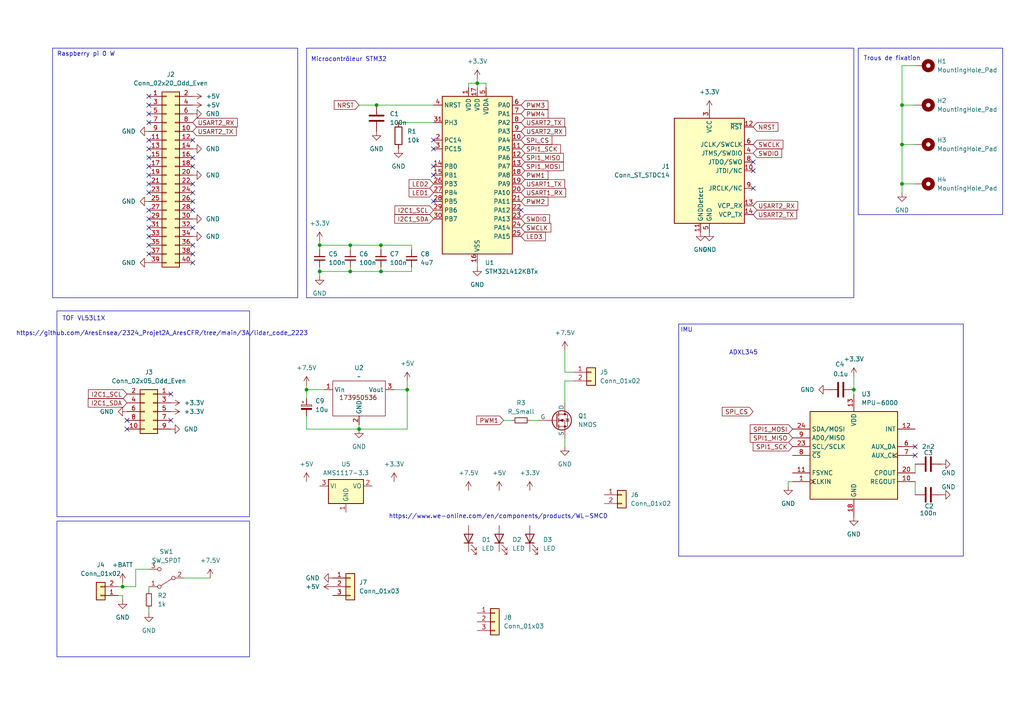
<source format=kicad_sch>
(kicad_sch (version 20231120) (generator "eeschema") (generator_version "8.0")
  (paper "A4")
  (title_block (title "Ingenuity") (date "2024-03-11") (rev "1.0") (company "ENSEA") (comment 1 "Kevin & Penelope & Joel & Elio"))
  (lib_symbols
    (symbol "Connector:Conn_ST_STDC14"
      (property "Reference" "J" (at -8.89 16.51 0))
      (property "Value" "Conn_ST_STDC14" (at 17.78 16.51 0))
      (symbol "Conn_ST_STDC14_0_1"
        (rectangle (start -10.16 15.24) (end 10.16 -15.24) (stroke (width 0.254)) (fill (type background)))
      )
      (symbol "Conn_ST_STDC14_1_1"
        (pin no_connect line (at -10.16 5.08 0) (length 2.54) hide (name "NC") (number "1"))
        (pin output line (at 12.7 0 180) (length 2.54) (name "JTDI/NC") (number "10"))
        (pin passive line (at -2.54 -17.78 90) (length 2.54) (name "GNDDetect") (number "11"))
        (pin open_collector line (at 12.7 12.7 180) (length 2.54) (name "~{RST}") (number "12"))
        (pin output line (at 12.7 -10.16 180) (length 2.54) (name "VCP_RX") (number "13"))
        (pin input line (at 12.7 -12.7 180) (length 2.54) (name "VCP_TX") (number "14"))
        (pin no_connect line (at -10.16 2.54 0) (length 2.54) hide (name "NC") (number "2"))
        (pin power_in line (at 0 17.78 270) (length 2.54) (name "VCC") (number "3"))
        (pin bidirectional line (at 12.7 5.08 180) (length 2.54) (name "JTMS/SWDIO") (number "4"))
        (pin power_in line (at 0 -17.78 90) (length 2.54) (name "GND") (number "5"))
        (pin output line (at 12.7 7.62 180) (length 2.54) (name "JCLK/SWCLK") (number "6"))
        (pin passive line (at 0 -17.78 90) (length 2.54) hide (name "GND") (number "7"))
        (pin input line (at 12.7 2.54 180) (length 2.54) (name "JTDO/SWO") (number "8"))
        (pin input line (at 12.7 -5.08 180) (length 2.54) (name "JRCLK/NC") (number "9"))
      )
    )
    (symbol "Connector_Generic:Conn_01x02" (pin_names (offset 1.016) hide)
      (property "Reference" "J" (at 0 2.54 0))
      (property "Value" "Conn_01x02" (at 0 -5.08 0))
      (symbol "Conn_01x02_1_1"
        (rectangle (start -1.27 -2.413) (end 0 -2.667) (stroke (width 0.1524)))
        (rectangle (start -1.27 0.127) (end 0 -0.127) (stroke (width 0.1524)))
        (rectangle (start -1.27 1.27) (end 1.27 -3.81) (stroke (width 0.254)) (fill (type background)))
        (pin passive line (at -5.08 0 0) (length 3.81) (name "Pin_1") (number "1"))
        (pin passive line (at -5.08 -2.54 0) (length 3.81) (name "Pin_2") (number "2"))
      )
    )
    (symbol "Connector_Generic:Conn_01x03" (pin_names (offset 1.016) hide)
      (property "Reference" "J" (at 0 5.08 0))
      (property "Value" "Conn_01x03" (at 0 -5.08 0))
      (symbol "Conn_01x03_1_1"
        (rectangle (start -1.27 -2.413) (end 0 -2.667) (stroke (width 0.1524)))
        (rectangle (start -1.27 0.127) (end 0 -0.127) (stroke (width 0.1524)))
        (rectangle (start -1.27 2.667) (end 0 2.413) (stroke (width 0.1524)))
        (rectangle (start -1.27 3.81) (end 1.27 -3.81) (stroke (width 0.254)) (fill (type background)))
        (pin passive line (at -5.08 2.54 0) (length 3.81) (name "Pin_1") (number "1"))
        (pin passive line (at -5.08 0 0) (length 3.81) (name "Pin_2") (number "2"))
        (pin passive line (at -5.08 -2.54 0) (length 3.81) (name "Pin_3") (number "3"))
      )
    )
    (symbol "Connector_Generic:Conn_02x05_Odd_Even" (pin_names (offset 1.016) hide)
      (property "Reference" "J" (at 1.27 7.62 0))
      (property "Value" "Conn_02x05_Odd_Even" (at 1.27 -7.62 0))
      (symbol "Conn_02x05_Odd_Even_1_1"
        (rectangle (start -1.27 -4.953) (end 0 -5.207) (stroke (width 0.1524)))
        (rectangle (start -1.27 -2.413) (end 0 -2.667) (stroke (width 0.1524)))
        (rectangle (start -1.27 0.127) (end 0 -0.127) (stroke (width 0.1524)))
        (rectangle (start -1.27 2.667) (end 0 2.413) (stroke (width 0.1524)))
        (rectangle (start -1.27 5.207) (end 0 4.953) (stroke (width 0.1524)))
        (rectangle (start -1.27 6.35) (end 3.81 -6.35) (stroke (width 0.254)) (fill (type background)))
        (rectangle (start 3.81 -4.953) (end 2.54 -5.207) (stroke (width 0.1524)))
        (rectangle (start 3.81 -2.413) (end 2.54 -2.667) (stroke (width 0.1524)))
        (rectangle (start 3.81 0.127) (end 2.54 -0.127) (stroke (width 0.1524)))
        (rectangle (start 3.81 2.667) (end 2.54 2.413) (stroke (width 0.1524)))
        (rectangle (start 3.81 5.207) (end 2.54 4.953) (stroke (width 0.1524)))
        (pin passive line (at -5.08 5.08 0) (length 3.81) (name "Pin_1") (number "1"))
        (pin passive line (at 7.62 -5.08 180) (length 3.81) (name "Pin_10") (number "10"))
        (pin passive line (at 7.62 5.08 180) (length 3.81) (name "Pin_2") (number "2"))
        (pin passive line (at -5.08 2.54 0) (length 3.81) (name "Pin_3") (number "3"))
        (pin passive line (at 7.62 2.54 180) (length 3.81) (name "Pin_4") (number "4"))
        (pin passive line (at -5.08 0 0) (length 3.81) (name "Pin_5") (number "5"))
        (pin passive line (at 7.62 0 180) (length 3.81) (name "Pin_6") (number "6"))
        (pin passive line (at -5.08 -2.54 0) (length 3.81) (name "Pin_7") (number "7"))
        (pin passive line (at 7.62 -2.54 180) (length 3.81) (name "Pin_8") (number "8"))
        (pin passive line (at -5.08 -5.08 0) (length 3.81) (name "Pin_9") (number "9"))
      )
    )
    (symbol "Connector_Generic:Conn_02x20_Odd_Even" (pin_names (offset 1.016) hide)
      (property "Reference" "J" (at 1.27 25.4 0))
      (property "Value" "Conn_02x20_Odd_Even" (at 1.27 -27.94 0))
      (symbol "Conn_02x20_Odd_Even_1_1"
        (rectangle (start -1.27 -25.273) (end 0 -25.527) (stroke (width 0.1524)))
        (rectangle (start -1.27 -22.733) (end 0 -22.987) (stroke (width 0.1524)))
        (rectangle (start -1.27 -20.193) (end 0 -20.447) (stroke (width 0.1524)))
        (rectangle (start -1.27 -17.653) (end 0 -17.907) (stroke (width 0.1524)))
        (rectangle (start -1.27 -15.113) (end 0 -15.367) (stroke (width 0.1524)))
        (rectangle (start -1.27 -12.573) (end 0 -12.827) (stroke (width 0.1524)))
        (rectangle (start -1.27 -10.033) (end 0 -10.287) (stroke (width 0.1524)))
        (rectangle (start -1.27 -7.493) (end 0 -7.747) (stroke (width 0.1524)))
        (rectangle (start -1.27 -4.953) (end 0 -5.207) (stroke (width 0.1524)))
        (rectangle (start -1.27 -2.413) (end 0 -2.667) (stroke (width 0.1524)))
        (rectangle (start -1.27 0.127) (end 0 -0.127) (stroke (width 0.1524)))
        (rectangle (start -1.27 2.667) (end 0 2.413) (stroke (width 0.1524)))
        (rectangle (start -1.27 5.207) (end 0 4.953) (stroke (width 0.1524)))
        (rectangle (start -1.27 7.747) (end 0 7.493) (stroke (width 0.1524)))
        (rectangle (start -1.27 10.287) (end 0 10.033) (stroke (width 0.1524)))
        (rectangle (start -1.27 12.827) (end 0 12.573) (stroke (width 0.1524)))
        (rectangle (start -1.27 15.367) (end 0 15.113) (stroke (width 0.1524)))
        (rectangle (start -1.27 17.907) (end 0 17.653) (stroke (width 0.1524)))
        (rectangle (start -1.27 20.447) (end 0 20.193) (stroke (width 0.1524)))
        (rectangle (start -1.27 22.987) (end 0 22.733) (stroke (width 0.1524)))
        (rectangle (start -1.27 24.13) (end 3.81 -26.67) (stroke (width 0.254)) (fill (type background)))
        (rectangle (start 3.81 -25.273) (end 2.54 -25.527) (stroke (width 0.1524)))
        (rectangle (start 3.81 -22.733) (end 2.54 -22.987) (stroke (width 0.1524)))
        (rectangle (start 3.81 -20.193) (end 2.54 -20.447) (stroke (width 0.1524)))
        (rectangle (start 3.81 -17.653) (end 2.54 -17.907) (stroke (width 0.1524)))
        (rectangle (start 3.81 -15.113) (end 2.54 -15.367) (stroke (width 0.1524)))
        (rectangle (start 3.81 -12.573) (end 2.54 -12.827) (stroke (width 0.1524)))
        (rectangle (start 3.81 -10.033) (end 2.54 -10.287) (stroke (width 0.1524)))
        (rectangle (start 3.81 -7.493) (end 2.54 -7.747) (stroke (width 0.1524)))
        (rectangle (start 3.81 -4.953) (end 2.54 -5.207) (stroke (width 0.1524)))
        (rectangle (start 3.81 -2.413) (end 2.54 -2.667) (stroke (width 0.1524)))
        (rectangle (start 3.81 0.127) (end 2.54 -0.127) (stroke (width 0.1524)))
        (rectangle (start 3.81 2.667) (end 2.54 2.413) (stroke (width 0.1524)))
        (rectangle (start 3.81 5.207) (end 2.54 4.953) (stroke (width 0.1524)))
        (rectangle (start 3.81 7.747) (end 2.54 7.493) (stroke (width 0.1524)))
        (rectangle (start 3.81 10.287) (end 2.54 10.033) (stroke (width 0.1524)))
        (rectangle (start 3.81 12.827) (end 2.54 12.573) (stroke (width 0.1524)))
        (rectangle (start 3.81 15.367) (end 2.54 15.113) (stroke (width 0.1524)))
        (rectangle (start 3.81 17.907) (end 2.54 17.653) (stroke (width 0.1524)))
        (rectangle (start 3.81 20.447) (end 2.54 20.193) (stroke (width 0.1524)))
        (rectangle (start 3.81 22.987) (end 2.54 22.733) (stroke (width 0.1524)))
        (pin passive line (at -5.08 22.86 0) (length 3.81) (name "Pin_1") (number "1"))
        (pin passive line (at 7.62 12.7 180) (length 3.81) (name "Pin_10") (number "10"))
        (pin passive line (at -5.08 10.16 0) (length 3.81) (name "Pin_11") (number "11"))
        (pin passive line (at 7.62 10.16 180) (length 3.81) (name "Pin_12") (number "12"))
        (pin passive line (at -5.08 7.62 0) (length 3.81) (name "Pin_13") (number "13"))
        (pin passive line (at 7.62 7.62 180) (length 3.81) (name "Pin_14") (number "14"))
        (pin passive line (at -5.08 5.08 0) (length 3.81) (name "Pin_15") (number "15"))
        (pin passive line (at 7.62 5.08 180) (length 3.81) (name "Pin_16") (number "16"))
        (pin passive line (at -5.08 2.54 0) (length 3.81) (name "Pin_17") (number "17"))
        (pin passive line (at 7.62 2.54 180) (length 3.81) (name "Pin_18") (number "18"))
        (pin passive line (at -5.08 0 0) (length 3.81) (name "Pin_19") (number "19"))
        (pin passive line (at 7.62 22.86 180) (length 3.81) (name "Pin_2") (number "2"))
        (pin passive line (at 7.62 0 180) (length 3.81) (name "Pin_20") (number "20"))
        (pin passive line (at -5.08 -2.54 0) (length 3.81) (name "Pin_21") (number "21"))
        (pin passive line (at 7.62 -2.54 180) (length 3.81) (name "Pin_22") (number "22"))
        (pin passive line (at -5.08 -5.08 0) (length 3.81) (name "Pin_23") (number "23"))
        (pin passive line (at 7.62 -5.08 180) (length 3.81) (name "Pin_24") (number "24"))
        (pin passive line (at -5.08 -7.62 0) (length 3.81) (name "Pin_25") (number "25"))
        (pin passive line (at 7.62 -7.62 180) (length 3.81) (name "Pin_26") (number "26"))
        (pin passive line (at -5.08 -10.16 0) (length 3.81) (name "Pin_27") (number "27"))
        (pin passive line (at 7.62 -10.16 180) (length 3.81) (name "Pin_28") (number "28"))
        (pin passive line (at -5.08 -12.7 0) (length 3.81) (name "Pin_29") (number "29"))
        (pin passive line (at -5.08 20.32 0) (length 3.81) (name "Pin_3") (number "3"))
        (pin passive line (at 7.62 -12.7 180) (length 3.81) (name "Pin_30") (number "30"))
        (pin passive line (at -5.08 -15.24 0) (length 3.81) (name "Pin_31") (number "31"))
        (pin passive line (at 7.62 -15.24 180) (length 3.81) (name "Pin_32") (number "32"))
        (pin passive line (at -5.08 -17.78 0) (length 3.81) (name "Pin_33") (number "33"))
        (pin passive line (at 7.62 -17.78 180) (length 3.81) (name "Pin_34") (number "34"))
        (pin passive line (at -5.08 -20.32 0) (length 3.81) (name "Pin_35") (number "35"))
        (pin passive line (at 7.62 -20.32 180) (length 3.81) (name "Pin_36") (number "36"))
        (pin passive line (at -5.08 -22.86 0) (length 3.81) (name "Pin_37") (number "37"))
        (pin passive line (at 7.62 -22.86 180) (length 3.81) (name "Pin_38") (number "38"))
        (pin passive line (at -5.08 -25.4 0) (length 3.81) (name "Pin_39") (number "39"))
        (pin passive line (at 7.62 20.32 180) (length 3.81) (name "Pin_4") (number "4"))
        (pin passive line (at 7.62 -25.4 180) (length 3.81) (name "Pin_40") (number "40"))
        (pin passive line (at -5.08 17.78 0) (length 3.81) (name "Pin_5") (number "5"))
        (pin passive line (at 7.62 17.78 180) (length 3.81) (name "Pin_6") (number "6"))
        (pin passive line (at -5.08 15.24 0) (length 3.81) (name "Pin_7") (number "7"))
        (pin passive line (at 7.62 15.24 180) (length 3.81) (name "Pin_8") (number "8"))
        (pin passive line (at -5.08 12.7 0) (length 3.81) (name "Pin_9") (number "9"))
      )
    )
    (symbol "Device:C" (pin_numbers hide) (pin_names (offset 0.254))
      (property "Reference" "C" (at 0.635 2.54 0))
      (property "Value" "C" (at 0.635 -2.54 0))
      (symbol "C_0_1"
        (polyline (pts (xy -2.032 -0.762) (xy 2.032 -0.762)) (stroke (width 0.508)))
        (polyline (pts (xy -2.032 0.762) (xy 2.032 0.762)) (stroke (width 0.508)))
      )
      (symbol "C_1_1"
        (pin passive line (at 0 3.81 270) (length 2.794) (name "~") (number "1"))
        (pin passive line (at 0 -3.81 90) (length 2.794) (name "~") (number "2"))
      )
    )
    (symbol "Device:C_Polarized_Small" (pin_numbers hide) (pin_names (offset 0.254) hide)
      (property "Reference" "C" (at 0.254 1.778 0))
      (property "Value" "C_Polarized_Small" (at 0.254 -2.032 0))
      (symbol "C_Polarized_Small_0_1"
        (rectangle (start -1.524 -0.3048) (end 1.524 -0.6858) (fill (type outline)))
        (rectangle (start -1.524 0.6858) (end 1.524 0.3048))
        (polyline (pts (xy -1.27 1.524) (xy -0.762 1.524)))
        (polyline (pts (xy -1.016 1.27) (xy -1.016 1.778)))
      )
      (symbol "C_Polarized_Small_1_1"
        (pin passive line (at 0 2.54 270) (length 1.8542) (name "~") (number "1"))
        (pin passive line (at 0 -2.54 90) (length 1.8542) (name "~") (number "2"))
      )
    )
    (symbol "Device:C_Small" (pin_numbers hide) (pin_names (offset 0.254) hide)
      (property "Reference" "C" (at 0.254 1.778 0))
      (property "Value" "C_Small" (at 0.254 -2.032 0))
      (symbol "C_Small_0_1"
        (polyline (pts (xy -1.524 -0.508) (xy 1.524 -0.508)) (stroke (width 0.3302)))
        (polyline (pts (xy -1.524 0.508) (xy 1.524 0.508)) (stroke (width 0.3048)))
      )
      (symbol "C_Small_1_1"
        (pin passive line (at 0 2.54 270) (length 2.032) (name "~") (number "1"))
        (pin passive line (at 0 -2.54 90) (length 2.032) (name "~") (number "2"))
      )
    )
    (symbol "Device:LED" (pin_numbers hide) (pin_names (offset 1.016) hide)
      (property "Reference" "D" (at 0 2.54 0))
      (property "Value" "LED" (at 0 -2.54 0))
      (symbol "LED_0_1"
        (polyline (pts (xy -1.27 -1.27) (xy -1.27 1.27)) (stroke (width 0.254)))
        (polyline (pts (xy -1.27 0) (xy 1.27 0)))
        (polyline (pts (xy 1.27 -1.27) (xy 1.27 1.27) (xy -1.27 0) (xy 1.27 -1.27)) (stroke (width 0.254)))
        (polyline (pts (xy -3.048 -0.762) (xy -4.572 -2.286) (xy -3.81 -2.286) (xy -4.572 -2.286) (xy -4.572 -1.524)))
        (polyline (pts (xy -1.778 -0.762) (xy -3.302 -2.286) (xy -2.54 -2.286) (xy -3.302 -2.286) (xy -3.302 -1.524)))
      )
      (symbol "LED_1_1"
        (pin passive line (at -3.81 0 0) (length 2.54) (name "K") (number "1"))
        (pin passive line (at 3.81 0 180) (length 2.54) (name "A") (number "2"))
      )
    )
    (symbol "Device:R" (pin_numbers hide) (pin_names (offset 0))
      (property "Reference" "R" (at 2.032 0 90))
      (property "Value" "R" (at 0 0 90))
      (symbol "R_0_1"
        (rectangle (start -1.016 -2.54) (end 1.016 2.54) (stroke (width 0.254)))
      )
      (symbol "R_1_1"
        (pin passive line (at 0 3.81 270) (length 1.27) (name "~") (number "1"))
        (pin passive line (at 0 -3.81 90) (length 1.27) (name "~") (number "2"))
      )
    )
    (symbol "Device:R_Small" (pin_numbers hide) (pin_names (offset 0.254) hide)
      (property "Reference" "R" (at 0.762 0.508 0))
      (property "Value" "R_Small" (at 0.762 -1.016 0))
      (symbol "R_Small_0_1"
        (rectangle (start -0.762 1.778) (end 0.762 -1.778) (stroke (width 0.2032)))
      )
      (symbol "R_Small_1_1"
        (pin passive line (at 0 2.54 270) (length 0.762) (name "~") (number "1"))
        (pin passive line (at 0 -2.54 90) (length 0.762) (name "~") (number "2"))
      )
    )
    (symbol "GND_1" (power) (pin_numbers hide) (pin_names (offset 0) hide)
      (property "Value" "GND" (at 0 -3.81 0))
      (symbol "GND_1_0_1"
        (polyline (pts (xy 0 0) (xy 0 -1.27) (xy 1.27 -1.27) (xy 0 -2.54) (xy -1.27 -1.27) (xy 0 -1.27)))
      )
      (symbol "GND_1_1_1"
        (pin power_in line (at 0 0 270) (length 0) (name "~") (number "1"))
      )
    )
    (symbol "MCU_ST_STM32L4:STM32L412KBTx"
      (property "Reference" "U" (at -10.16 24.13 0))
      (property "Value" "STM32L412KBTx" (at 5.08 24.13 0))
      (symbol "STM32L412KBTx_0_1"
        (rectangle (start -10.16 -22.86) (end 10.16 22.86) (stroke (width 0.254)) (fill (type background)))
      )
      (symbol "STM32L412KBTx_1_1"
        (pin power_in line (at -2.54 25.4 270) (length 2.54) (name "VDD") (number "1"))
        (pin bidirectional line (at 12.7 10.16 180) (length 2.54) (name "PA4") (number "10"))
        (pin bidirectional line (at 12.7 7.62 180) (length 2.54) (name "PA5") (number "11"))
        (pin bidirectional line (at 12.7 5.08 180) (length 2.54) (name "PA6") (number "12"))
        (pin bidirectional line (at 12.7 2.54 180) (length 2.54) (name "PA7") (number "13"))
        (pin bidirectional line (at -12.7 2.54 0) (length 2.54) (name "PB0") (number "14"))
        (pin bidirectional line (at -12.7 0 0) (length 2.54) (name "PB1") (number "15"))
        (pin power_in line (at 0 -25.4 90) (length 2.54) (name "VSS") (number "16"))
        (pin power_in line (at 0 25.4 270) (length 2.54) (name "VDD") (number "17"))
        (pin bidirectional line (at 12.7 0 180) (length 2.54) (name "PA8") (number "18"))
        (pin bidirectional line (at 12.7 -2.54 180) (length 2.54) (name "PA9") (number "19"))
        (pin bidirectional line (at -12.7 10.16 0) (length 2.54) (name "PC14") (number "2"))
        (pin bidirectional line (at 12.7 -5.08 180) (length 2.54) (name "PA10") (number "20"))
        (pin bidirectional line (at 12.7 -7.62 180) (length 2.54) (name "PA11") (number "21"))
        (pin bidirectional line (at 12.7 -10.16 180) (length 2.54) (name "PA12") (number "22"))
        (pin bidirectional line (at 12.7 -12.7 180) (length 2.54) (name "PA13") (number "23"))
        (pin bidirectional line (at 12.7 -15.24 180) (length 2.54) (name "PA14") (number "24"))
        (pin bidirectional line (at 12.7 -17.78 180) (length 2.54) (name "PA15") (number "25"))
        (pin bidirectional line (at -12.7 -2.54 0) (length 2.54) (name "PB3") (number "26"))
        (pin bidirectional line (at -12.7 -5.08 0) (length 2.54) (name "PB4") (number "27"))
        (pin bidirectional line (at -12.7 -7.62 0) (length 2.54) (name "PB5") (number "28"))
        (pin bidirectional line (at -12.7 -10.16 0) (length 2.54) (name "PB6") (number "29"))
        (pin bidirectional line (at -12.7 7.62 0) (length 2.54) (name "PC15") (number "3"))
        (pin bidirectional line (at -12.7 -12.7 0) (length 2.54) (name "PB7") (number "30"))
        (pin bidirectional line (at -12.7 15.24 0) (length 2.54) (name "PH3") (number "31"))
        (pin passive line (at 0 -25.4 90) (length 2.54) hide (name "VSS") (number "32"))
        (pin input line (at -12.7 20.32 0) (length 2.54) (name "NRST") (number "4"))
        (pin power_in line (at 2.54 25.4 270) (length 2.54) (name "VDDA") (number "5"))
        (pin bidirectional line (at 12.7 20.32 180) (length 2.54) (name "PA0") (number "6"))
        (pin bidirectional line (at 12.7 17.78 180) (length 2.54) (name "PA1") (number "7"))
        (pin bidirectional line (at 12.7 15.24 180) (length 2.54) (name "PA2") (number "8"))
        (pin bidirectional line (at 12.7 12.7 180) (length 2.54) (name "PA3") (number "9"))
      )
    )
    (symbol "Mechanical:MountingHole_Pad" (pin_numbers hide) (pin_names (offset 1.016) hide)
      (property "Reference" "H" (at 0 6.35 0))
      (property "Value" "MountingHole_Pad" (at 0 4.445 0))
      (symbol "MountingHole_Pad_0_1"
        (circle (center 0 1.27) (radius 1.27) (stroke (width 1.27)))
      )
      (symbol "MountingHole_Pad_1_1"
        (pin input line (at 0 -2.54 90) (length 2.54) (name "1") (number "1"))
      )
    )
    (symbol "Regulator_Linear:AMS1117-3.3"
      (property "Reference" "U" (at -3.81 3.175 0))
      (property "Value" "AMS1117-3.3" (at 0 3.175 0))
      (symbol "AMS1117-3.3_0_1"
        (rectangle (start -5.08 -5.08) (end 5.08 1.905) (stroke (width 0.254)) (fill (type background)))
      )
      (symbol "AMS1117-3.3_1_1"
        (pin power_in line (at 0 -7.62 90) (length 2.54) (name "GND") (number "1"))
        (pin power_out line (at 7.62 0 180) (length 2.54) (name "VO") (number "2"))
        (pin power_in line (at -7.62 0 0) (length 2.54) (name "VI") (number "3"))
      )
    )
    (symbol "Sensor_Motion:MPU-6000"
      (property "Reference" "U" (at -11.43 13.97 0))
      (property "Value" "MPU-6000" (at 7.62 -13.97 0))
      (symbol "MPU-6000_0_1"
        (rectangle (start -12.7 12.7) (end 12.7 -12.7) (stroke (width 0.254)) (fill (type background)))
      )
      (symbol "MPU-6000_1_1"
        (pin input clock (at -17.78 -7.62 0) (length 5.08) (name "CLKIN") (number "1"))
        (pin passive line (at 17.78 -7.62 180) (length 5.08) (name "REGOUT") (number "10"))
        (pin input line (at -17.78 -5.08 0) (length 5.08) (name "FSYNC") (number "11"))
        (pin output line (at 17.78 7.62 180) (length 5.08) (name "INT") (number "12"))
        (pin power_in line (at 0 17.78 270) (length 5.08) (name "VDD") (number "13"))
        (pin power_in line (at 0 -17.78 90) (length 5.08) (name "GND") (number "18"))
        (pin passive line (at 17.78 -5.08 180) (length 5.08) (name "CPOUT") (number "20"))
        (pin input line (at -17.78 2.54 0) (length 5.08) (name "SCL/SCLK") (number "23"))
        (pin bidirectional line (at -17.78 7.62 0) (length 5.08) (name "SDA/MOSI") (number "24"))
        (pin bidirectional line (at 17.78 2.54 180) (length 5.08) (name "AUX_DA") (number "6"))
        (pin output clock (at 17.78 0 180) (length 5.08) (name "AUX_CL") (number "7"))
        (pin input line (at -17.78 0 0) (length 5.08) (name "~{CS}") (number "8"))
        (pin bidirectional line (at -17.78 5.08 0) (length 5.08) (name "AD0/MISO") (number "9"))
      )
    )
    (symbol "Simulation_SPICE:NMOS" (pin_numbers hide) (pin_names (offset 0))
      (property "Reference" "Q" (at 5.08 1.27 0))
      (property "Value" "NMOS" (at 5.08 -1.27 0))
      (symbol "NMOS_0_1"
        (polyline (pts (xy 0.254 0) (xy -2.54 0)))
        (polyline (pts (xy 0.254 1.905) (xy 0.254 -1.905)) (stroke (width 0.254)))
        (polyline (pts (xy 0.762 -1.27) (xy 0.762 -2.286)) (stroke (width 0.254)))
        (polyline (pts (xy 0.762 0.508) (xy 0.762 -0.508)) (stroke (width 0.254)))
        (polyline (pts (xy 0.762 2.286) (xy 0.762 1.27)) (stroke (width 0.254)))
        (polyline (pts (xy 2.54 2.54) (xy 2.54 1.778)))
        (polyline (pts (xy 2.54 -2.54) (xy 2.54 0) (xy 0.762 0)))
        (polyline (pts (xy 0.762 -1.778) (xy 3.302 -1.778) (xy 3.302 1.778) (xy 0.762 1.778)))
        (polyline (pts (xy 1.016 0) (xy 2.032 0.381) (xy 2.032 -0.381) (xy 1.016 0)) (fill (type outline)))
        (polyline (pts (xy 2.794 0.508) (xy 2.921 0.381) (xy 3.683 0.381) (xy 3.81 0.254)))
        (polyline (pts (xy 3.302 0.381) (xy 2.921 -0.254) (xy 3.683 -0.254) (xy 3.302 0.381)))
        (circle (center 1.651 0) (radius 2.794) (stroke (width 0.254)))
        (circle (center 2.54 -1.778) (radius 0.254) (fill (type outline)))
        (circle (center 2.54 1.778) (radius 0.254) (fill (type outline)))
      )
      (symbol "NMOS_1_1"
        (pin passive line (at 2.54 5.08 270) (length 2.54) (name "D") (number "1"))
        (pin input line (at -5.08 0 0) (length 2.54) (name "G") (number "2"))
        (pin passive line (at 2.54 -5.08 90) (length 2.54) (name "S") (number "3"))
      )
    )
    (symbol "Switch:SW_SPDT" (pin_names (offset 0) hide)
      (property "Reference" "SW" (at 0 4.318 0))
      (property "Value" "SW_SPDT" (at 0 -5.08 0))
      (symbol "SW_SPDT_0_0"
        (circle (center -2.032 0) (radius 0.508))
        (circle (center 2.032 -2.54) (radius 0.508))
      )
      (symbol "SW_SPDT_0_1"
        (polyline (pts (xy -1.524 0.254) (xy 1.651 2.286)))
        (circle (center 2.032 2.54) (radius 0.508))
      )
      (symbol "SW_SPDT_1_1"
        (pin passive line (at 5.08 2.54 180) (length 2.54) (name "A") (number "1"))
        (pin passive line (at -5.08 0 0) (length 2.54) (name "B") (number "2"))
        (pin passive line (at 5.08 -2.54 180) (length 2.54) (name "C") (number "3"))
      )
    )
    (symbol "mylib:173950536"
      (property "Reference" "U" (at -6.604 3.81 0))
      (symbol "173950536_0_1"
        (rectangle (start -7.62 2.54) (end 7.62 -7.62))
      )
      (symbol "173950536_1_1"
        (text "173950536" (at -0.254 -2.286 0) (effects (font (size 1.27 1.27))))
        (pin power_in line (at -10.16 0 0) (length 2.54) (name "Vin") (number "1"))
        (pin power_in line (at 0 -10.16 90) (length 2.54) (name "GND") (number "2"))
        (pin power_out line (at 10.16 0 180) (length 2.54) (name "Vout") (number "3"))
      )
    )
    (symbol "power:+3.3V" (power) (pin_names (offset 0))
      (property "Value" "+3.3V" (at 0 3.556 0))
      (symbol "+3.3V_0_1"
        (polyline (pts (xy -0.762 1.27) (xy 0 2.54)))
        (polyline (pts (xy 0 0) (xy 0 2.54)))
        (polyline (pts (xy 0 2.54) (xy 0.762 1.27)))
      )
      (symbol "+3.3V_1_1"
        (pin power_in line (at 0 0 90) (length 0) hide (name "+3.3V") (number "1"))
      )
    )
    (symbol "power:+5V" (power) (pin_names (offset 0))
      (property "Value" "+5V" (at 0 3.556 0))
      (symbol "+5V_0_1"
        (polyline (pts (xy -0.762 1.27) (xy 0 2.54)))
        (polyline (pts (xy 0 0) (xy 0 2.54)))
        (polyline (pts (xy 0 2.54) (xy 0.762 1.27)))
      )
      (symbol "+5V_1_1"
        (pin power_in line (at 0 0 90) (length 0) hide (name "+5V") (number "1"))
      )
    )
    (symbol "power:+7.5V" (power) (pin_names (offset 0))
      (property "Value" "+7.5V" (at 0 3.556 0))
      (symbol "+7.5V_0_1"
        (polyline (pts (xy -0.762 1.27) (xy 0 2.54)))
        (polyline (pts (xy 0 0) (xy 0 2.54)))
        (polyline (pts (xy 0 2.54) (xy 0.762 1.27)))
      )
      (symbol "+7.5V_1_1"
        (pin power_in line (at 0 0 90) (length 0) hide (name "+7.5V") (number "1"))
      )
    )
    (symbol "power:+BATT" (power) (pin_names (offset 0))
      (property "Value" "+BATT" (at 0 3.556 0))
      (symbol "+BATT_0_1"
        (polyline (pts (xy -0.762 1.27) (xy 0 2.54)))
        (polyline (pts (xy 0 0) (xy 0 2.54)))
        (polyline (pts (xy 0 2.54) (xy 0.762 1.27)))
      )
      (symbol "+BATT_1_1"
        (pin power_in line (at 0 0 90) (length 0) hide (name "+BATT") (number "1"))
      )
    )
    (symbol "power:GND" (power) (pin_names (offset 0))
      (property "Value" "GND" (at 0 -3.81 0))
      (symbol "GND_0_1"
        (polyline (pts (xy 0 0) (xy 0 -1.27) (xy 1.27 -1.27) (xy 0 -2.54) (xy -1.27 -1.27) (xy 0 -1.27)))
      )
      (symbol "GND_1_1"
        (pin power_in line (at 0 0 270) (length 0) hide (name "GND") (number "1"))
      )
    )
  )
  (junction (at 118.11 113.03))
  (junction (at 247.65 113.03))
  (junction (at 261.62 53.34))
  (junction (at 104.14 124.46))
  (junction (at 88.9 113.03))
  (junction (at 92.71 71.12))
  (junction (at 110.49 71.12))
  (junction (at 138.43 24.13))
  (junction (at 261.62 30.48))
  (junction (at 109.22 30.48))
  (junction (at 35.56 170.18))
  (junction (at 110.49 78.74))
  (junction (at 92.71 78.74))
  (junction (at 101.6 78.74))
  (junction (at 261.62 41.91))
  (junction (at 101.6 71.12))
  (no_connect (at 43.18 53.34))
  (no_connect (at 55.88 60.96))
  (no_connect (at 265.43 129.54))
  (no_connect (at 43.18 43.18))
  (no_connect (at 125.73 48.26))
  (no_connect (at 55.88 48.26))
  (no_connect (at 55.88 55.88))
  (no_connect (at 55.88 66.04))
  (no_connect (at 218.44 54.61))
  (no_connect (at 43.18 63.5))
  (no_connect (at 43.18 55.88))
  (no_connect (at 43.18 30.48))
  (no_connect (at 36.83 124.46))
  (no_connect (at 125.73 50.8))
  (no_connect (at 125.73 58.42))
  (no_connect (at 125.73 40.64))
  (no_connect (at 43.18 45.72))
  (no_connect (at 218.44 46.99))
  (no_connect (at 55.88 76.2))
  (no_connect (at 43.18 60.96))
  (no_connect (at 43.18 48.26))
  (no_connect (at 43.18 71.12))
  (no_connect (at 49.53 121.92))
  (no_connect (at 43.18 40.64))
  (no_connect (at 43.18 50.8))
  (no_connect (at 265.43 132.08))
  (no_connect (at 218.44 49.53))
  (no_connect (at 43.18 73.66))
  (no_connect (at 55.88 45.72))
  (no_connect (at 43.18 33.02))
  (no_connect (at 43.18 66.04))
  (no_connect (at 151.13 60.96))
  (no_connect (at 55.88 40.64))
  (no_connect (at 43.18 68.58))
  (no_connect (at 55.88 53.34))
  (no_connect (at 43.18 27.94))
  (no_connect (at 36.83 121.92))
  (no_connect (at 55.88 58.42))
  (no_connect (at 43.18 35.56))
  (no_connect (at 49.53 114.3))
  (no_connect (at 55.88 73.66))
  (no_connect (at 125.73 43.18))
  (no_connect (at 55.88 71.12))
  (wire (pts (xy 118.11 113.03) (xy 118.11 124.46)))
  (wire (pts (xy 261.62 53.34) (xy 261.62 55.88)))
  (wire (pts (xy 138.43 22.86) (xy 138.43 24.13)))
  (wire (pts (xy 261.62 53.34) (xy 265.43 53.34)))
  (wire (pts (xy 247.65 113.03) (xy 247.65 114.3)))
  (wire (pts (xy 43.18 165.1) (xy 39.37 165.1)))
  (wire (pts (xy 88.9 124.46) (xy 104.14 124.46)))
  (wire (pts (xy 138.43 25.4) (xy 138.43 24.13)))
  (wire (pts (xy 35.56 173.99) (xy 35.56 172.72)))
  (wire (pts (xy 163.83 110.49) (xy 163.83 116.84)))
  (wire (pts (xy 104.14 123.19) (xy 104.14 124.46)))
  (wire (pts (xy 118.11 113.03) (xy 114.3 113.03)))
  (wire (pts (xy 101.6 78.74) (xy 110.49 78.74)))
  (wire (pts (xy 101.6 71.12) (xy 101.6 72.39)))
  (wire (pts (xy 92.71 69.85) (xy 92.71 71.12)))
  (wire (pts (xy 39.37 170.18) (xy 35.56 170.18)))
  (wire (pts (xy 88.9 113.03) (xy 88.9 115.57)))
  (wire (pts (xy 101.6 77.47) (xy 101.6 78.74)))
  (wire (pts (xy 35.56 168.91) (xy 35.56 170.18)))
  (wire (pts (xy 110.49 77.47) (xy 110.49 78.74)))
  (wire (pts (xy 34.29 172.72) (xy 35.56 172.72)))
  (wire (pts (xy 261.62 30.48) (xy 265.43 30.48)))
  (wire (pts (xy 119.38 72.39) (xy 119.38 71.12)))
  (wire (pts (xy 101.6 71.12) (xy 110.49 71.12)))
  (wire (pts (xy 92.71 77.47) (xy 92.71 78.74)))
  (wire (pts (xy 110.49 78.74) (xy 119.38 78.74)))
  (wire (pts (xy 265.43 134.62) (xy 265.43 137.16)))
  (wire (pts (xy 261.62 41.91) (xy 265.43 41.91)))
  (wire (pts (xy 146.05 121.92) (xy 148.59 121.92)))
  (wire (pts (xy 115.57 35.56) (xy 125.73 35.56)))
  (wire (pts (xy 118.11 110.49) (xy 118.11 113.03)))
  (wire (pts (xy 163.83 127) (xy 163.83 129.54)))
  (wire (pts (xy 140.97 24.13) (xy 140.97 25.4)))
  (wire (pts (xy 166.37 110.49) (xy 163.83 110.49)))
  (wire (pts (xy 34.29 170.18) (xy 35.56 170.18)))
  (wire (pts (xy 229.87 139.7) (xy 228.6 139.7)))
  (wire (pts (xy 163.83 107.95) (xy 166.37 107.95)))
  (wire (pts (xy 43.18 170.18) (xy 43.18 171.45)))
  (wire (pts (xy 104.14 30.48) (xy 109.22 30.48)))
  (wire (pts (xy 138.43 24.13) (xy 135.89 24.13)))
  (wire (pts (xy 261.62 19.05) (xy 261.62 30.48)))
  (wire (pts (xy 92.71 71.12) (xy 101.6 71.12)))
  (wire (pts (xy 135.89 24.13) (xy 135.89 25.4)))
  (wire (pts (xy 228.6 139.7) (xy 228.6 140.97)))
  (wire (pts (xy 138.43 76.2) (xy 138.43 77.47)))
  (wire (pts (xy 88.9 120.65) (xy 88.9 124.46)))
  (wire (pts (xy 110.49 71.12) (xy 119.38 71.12)))
  (wire (pts (xy 43.18 176.53) (xy 43.18 177.8)))
  (wire (pts (xy 265.43 19.05) (xy 261.62 19.05)))
  (wire (pts (xy 261.62 30.48) (xy 261.62 41.91)))
  (wire (pts (xy 261.62 41.91) (xy 261.62 53.34)))
  (wire (pts (xy 93.98 113.03) (xy 88.9 113.03)))
  (wire (pts (xy 247.65 109.22) (xy 247.65 113.03)))
  (wire (pts (xy 163.83 101.6) (xy 163.83 107.95)))
  (wire (pts (xy 92.71 78.74) (xy 92.71 80.01)))
  (wire (pts (xy 109.22 30.48) (xy 125.73 30.48)))
  (wire (pts (xy 138.43 24.13) (xy 140.97 24.13)))
  (wire (pts (xy 39.37 165.1) (xy 39.37 170.18)))
  (wire (pts (xy 92.71 71.12) (xy 92.71 72.39)))
  (wire (pts (xy 153.67 121.92) (xy 156.21 121.92)))
  (wire (pts (xy 119.38 77.47) (xy 119.38 78.74)))
  (wire (pts (xy 265.43 143.51) (xy 265.43 139.7)))
  (wire (pts (xy 110.49 71.12) (xy 110.49 72.39)))
  (wire (pts (xy 88.9 111.76) (xy 88.9 113.03)))
  (wire (pts (xy 92.71 78.74) (xy 101.6 78.74)))
  (wire (pts (xy 118.11 124.46) (xy 104.14 124.46)))
  (wire (pts (xy 53.34 167.64) (xy 60.96 167.64)))
  (rectangle (start 15.24 13.97) (end 86.36 86.36))
  (rectangle (start 385.826 83.312) (end 441.706 143.002))
  (rectangle (start 248.92 13.97) (end 290.83 62.23))
  (rectangle (start 16.51 90.17) (end 72.39 149.86))
  (rectangle (start 340.36 6.35) (end 411.48 78.74))
  (rectangle (start 88.9 13.97) (end 247.65 86.36))
  (rectangle (start 16.51 151.13) (end 72.39 190.5))
  (rectangle (start 196.85 93.98) (end 279.4 161.29))
  (text "Buck\n" (at 341.63 8.89 0) (effects (font (size 1.27 1.27)) (justify left bottom)))
  (text "Trous de fixation" (at 250.444 17.78 0) (effects (font (size 1.27 1.27)) (justify left bottom)))
  (text "Raspberry pi 0 W" (at 16.51 16.51 0) (effects (font (size 1.27 1.27)) (justify left bottom)))
  (text "IMU\n" (at 197.358 96.52 0) (effects (font (size 1.27 1.27)) (justify left bottom)))
  (text "https://github.com/AresEnsea/2324_Projet2A_AresCFR/tree/main/3A/lidar_code_2223" (at 46.99 96.774 0) (effects (font (size 1.27 1.27))))
  (text "LDO\n" (at 387.35 86.36 0) (effects (font (size 1.27 1.27)) (justify left bottom)))
  (text "ADXL345" (at 215.646 102.362 0) (effects (font (size 1.27 1.27))))
  (text "Microcontrôleur STM32" (at 90.17 18.034 0) (effects (font (size 1.27 1.27)) (justify left bottom)))
  (text "https://www.we-online.com/en/components/products/WL-SMCD" (at 144.526 149.86 0) (effects (font (size 1.27 1.27))))
  (text "TOF VL53L1X" (at 18.034 93.218 0) (effects (font (size 1.27 1.27)) (justify left bottom)))
  (global_label "PWM1" (shape input) (at 146.05 121.92 180) (property "Intersheetrefs" "${INTERSHEET_REFS}" (effects (hide yes))))
  (global_label "SWDIO" (shape input) (at 151.13 63.5 0) (property "Intersheetrefs" "${INTERSHEET_REFS}" (effects (hide yes))))
  (global_label "SPI1_SCK" (shape input) (at 151.13 43.18 0) (property "Intersheetrefs" "${INTERSHEET_REFS}" (effects (hide yes))))
  (global_label "USART2_RX" (shape input) (at 218.44 59.69 0) (property "Intersheetrefs" "${INTERSHEET_REFS}" (effects (hide yes))))
  (global_label "NRST" (shape input) (at 218.44 36.83 0) (property "Intersheetrefs" "${INTERSHEET_REFS}" (effects (hide yes))))
  (global_label "USART2_TX" (shape input) (at 218.44 62.23 0) (property "Intersheetrefs" "${INTERSHEET_REFS}" (effects (hide yes))))
  (global_label "PWM1" (shape input) (at 151.13 50.8 0) (property "Intersheetrefs" "${INTERSHEET_REFS}" (effects (hide yes))))
  (global_label "USART2_RX" (shape input) (at 151.13 38.1 0) (property "Intersheetrefs" "${INTERSHEET_REFS}" (effects (hide yes))))
  (global_label "USART1_RX" (shape input) (at 151.13 55.88 0) (property "Intersheetrefs" "${INTERSHEET_REFS}" (effects (hide yes))))
  (global_label "USART2_RX" (shape input) (at 55.88 35.56 0) (property "Intersheetrefs" "${INTERSHEET_REFS}" (effects (hide yes))))
  (global_label "I2C1_SDA" (shape input) (at 36.83 116.84 180) (property "Intersheetrefs" "${INTERSHEET_REFS}" (effects (hide yes))))
  (global_label "SPI1_MOSI" (shape input) (at 151.13 48.26 0) (property "Intersheetrefs" "${INTERSHEET_REFS}" (effects (hide yes))))
  (global_label "I2C1_SDA" (shape input) (at 125.73 63.5 180) (property "Intersheetrefs" "${INTERSHEET_REFS}" (effects (hide yes))))
  (global_label "PWM2" (shape input) (at 151.13 58.42 0) (property "Intersheetrefs" "${INTERSHEET_REFS}" (effects (hide yes))))
  (global_label "SWCLK" (shape input) (at 151.13 66.04 0) (property "Intersheetrefs" "${INTERSHEET_REFS}" (effects (hide yes))))
  (global_label "PWM3" (shape input) (at 151.13 30.48 0) (property "Intersheetrefs" "${INTERSHEET_REFS}" (effects (hide yes))))
  (global_label "SPI1_MOSI" (shape input) (at 229.87 124.46 180) (property "Intersheetrefs" "${INTERSHEET_REFS}" (effects (hide yes))))
  (global_label "LED3" (shape input) (at 151.13 68.58 0) (property "Intersheetrefs" "${INTERSHEET_REFS}" (effects (hide yes))))
  (global_label "PWM4" (shape input) (at 151.13 33.02 0) (property "Intersheetrefs" "${INTERSHEET_REFS}" (effects (hide yes))))
  (global_label "LED2" (shape input) (at 125.73 53.34 180) (property "Intersheetrefs" "${INTERSHEET_REFS}" (effects (hide yes))))
  (global_label "USART2_TX" (shape input) (at 151.13 35.56 0) (property "Intersheetrefs" "${INTERSHEET_REFS}" (effects (hide yes))))
  (global_label "LED1" (shape input) (at 125.73 55.88 180) (property "Intersheetrefs" "${INTERSHEET_REFS}" (effects (hide yes))))
  (global_label "SPI1_MISO" (shape input) (at 229.87 127 180) (property "Intersheetrefs" "${INTERSHEET_REFS}" (effects (hide yes))))
  (global_label "SWDIO" (shape input) (at 218.44 44.45 0) (property "Intersheetrefs" "${INTERSHEET_REFS}" (effects (hide yes))))
  (global_label "SPI1_SCK" (shape input) (at 229.87 129.54 180) (property "Intersheetrefs" "${INTERSHEET_REFS}" (effects (hide yes))))
  (global_label "SPI_CS" (shape input) (at 151.13 40.64 0) (property "Intersheetrefs" "${INTERSHEET_REFS}" (effects (hide yes))))
  (global_label "SWCLK" (shape input) (at 218.44 41.91 0) (property "Intersheetrefs" "${INTERSHEET_REFS}" (effects (hide yes))))
  (global_label "SPI1_MISO" (shape input) (at 151.13 45.72 0) (property "Intersheetrefs" "${INTERSHEET_REFS}" (effects (hide yes))))
  (global_label "SPI_CS" (shape input) (at 218.44 119.38 180) (property "Intersheetrefs" "${INTERSHEET_REFS}" (effects (hide yes))))
  (global_label "I2C1_SCL" (shape input) (at 36.83 114.3 180) (property "Intersheetrefs" "${INTERSHEET_REFS}" (effects (hide yes))))
  (global_label "USART2_TX" (shape input) (at 55.88 38.1 0) (property "Intersheetrefs" "${INTERSHEET_REFS}" (effects (hide yes))))
  (global_label "USART1_TX" (shape input) (at 151.13 53.34 0) (property "Intersheetrefs" "${INTERSHEET_REFS}" (effects (hide yes))))
  (global_label "NRST" (shape input) (at 104.14 30.48 180) (property "Intersheetrefs" "${INTERSHEET_REFS}" (effects (hide yes))))
  (global_label "I2C1_SCL" (shape input) (at 125.73 60.96 180) (property "Intersheetrefs" "${INTERSHEET_REFS}" (effects (hide yes))))
  (symbol (lib_id "Sensor_Motion:MPU-6000") (at 247.65 132.08 0) (unit 1)
    (property "Reference" "U3" (at 249.8441 114.3 0) (effects (justify left)))
    (property "Value" "MPU-6000" (at 249.8441 116.84 0) (effects (justify left)))
    (property "Footprint" "Sensor_Motion:InvenSense_QFN-24_4x4mm_P0.5mm" (effects (hide yes)))
    (property "Datasheet" "https://invensense.tdk.com/wp-content/uploads/2015/02/MPU-6000-Datasheet1.pdf" (effects (hide yes)))
    (property "Description" "InvenSense 6-Axis Motion Sensor, Gyroscope, Accelerometer, I2C/SPI" (effects (hide yes)))
  )
  (symbol (lib_name "GND_1") (lib_id "power:GND") (at 109.22 38.1 0) (unit 1)
    (property "Reference" "#PWR07" (effects (hide yes)))
    (property "Value" "GND" (at 109.22 43.18 0))
    (property "Description" "Power symbol creates a global label with name \"GND\" , ground" (effects (hide yes)))
  )
  (symbol (lib_id "power:GND") (at 163.83 129.54 0) (unit 1)
    (property "Reference" "#PWR039" (effects (hide yes)))
    (property "Value" "GND" (at 163.83 134.62 0))
    (property "Description" "Power symbol creates a global label with name \"GND\" , ground" (effects (hide yes)))
  )
  (symbol (lib_id "power:+BATT") (at 35.56 168.91 0) (unit 1)
    (property "Reference" "#PWR032" (effects (hide yes)))
    (property "Value" "+BATT" (at 35.56 163.83 0))
    (property "Description" "Power symbol creates a global label with name \"+BATT\"" (effects (hide yes)))
  )
  (symbol (lib_id "Mechanical:MountingHole_Pad") (at 267.97 30.48 270) (unit 1)
    (property "Reference" "H2" (at 271.78 29.21 90) (effects (justify left)))
    (property "Value" "MountingHole_Pad" (at 271.78 31.75 90) (effects (justify left)))
  )
  (symbol (lib_id "power:+7.5V") (at 163.83 101.6 0) (unit 1)
    (property "Reference" "#PWR038" (effects (hide yes)))
    (property "Value" "+7.5V" (at 163.83 96.52 0))
    (property "Description" "Power symbol creates a global label with name \"+7.5V\"" (effects (hide yes)))
  )
  (symbol (lib_id "Connector_Generic:Conn_02x05_Odd_Even") (at 44.45 119.38 0) (mirror y) (unit 1)
    (property "Reference" "J3" (at 43.18 107.95 0))
    (property "Value" "Conn_02x05_Odd_Even" (at 43.18 110.49 0))
    (property "Description" "Generic connector, double row, 02x05, odd/even pin numbering scheme (row 1 odd numbers, row 2 even numbers), script generated (kicad-library-utils/schlib/autogen/connector/)" (effects (hide yes)))
  )
  (symbol (lib_id "Connector_Generic:Conn_01x02") (at 171.45 107.95 0) (unit 1)
    (property "Reference" "J5" (at 173.99 107.9499 0) (effects (justify left)))
    (property "Value" "Conn_01x02" (at 173.99 110.4899 0) (effects (justify left)))
    (property "Description" "Generic connector, single row, 01x02, script generated (kicad-library-utils/schlib/autogen/connector/)" (effects (hide yes)))
  )
  (symbol (lib_id "power:GND") (at 96.52 167.64 270) (unit 1)
    (property "Reference" "#PWR040" (effects (hide yes)))
    (property "Value" "GND" (at 92.71 167.6399 90) (effects (justify right)))
    (property "Description" "Power symbol creates a global label with name \"GND\" , ground" (effects (hide yes)))
  )
  (symbol (lib_id "power:GND") (at 55.88 68.58 90) (unit 1)
    (property "Reference" "#PWR020" (effects (hide yes)))
    (property "Value" "GND" (at 59.69 68.5799 90) (effects (justify right)))
    (property "Description" "Power symbol creates a global label with name \"GND\" , ground" (effects (hide yes)))
  )
  (symbol (lib_id "power:GND") (at 35.56 173.99 0) (unit 1)
    (property "Reference" "#PWR031" (effects (hide yes)))
    (property "Value" "GND" (at 35.56 179.07 0))
    (property "Description" "Power symbol creates a global label with name \"GND\" , ground" (effects (hide yes)))
  )
  (symbol (lib_id "power:GND") (at 138.43 77.47 0) (unit 1)
    (property "Reference" "#PWR04" (effects (hide yes)))
    (property "Value" "GND" (at 138.43 82.55 0))
  )
  (symbol (lib_id "power:+3.3V") (at 247.65 109.22 0) (unit 1)
    (property "Reference" "#PWR06" (effects (hide yes)))
    (property "Value" "+3.3V" (at 247.65 104.14 0))
  )
  (symbol (lib_id "Device:C_Small") (at 110.49 74.93 0) (unit 1)
    (property "Reference" "C7" (at 113.03 73.6662 0) (effects (justify left)))
    (property "Value" "100n" (at 113.03 76.2062 0) (effects (justify left)))
    (property "Description" "Unpolarized capacitor, small symbol" (effects (hide yes)))
  )
  (symbol (lib_id "Device:R_Small") (at 151.13 121.92 90) (unit 1)
    (property "Reference" "R3" (at 151.13 116.84 90))
    (property "Value" "R_Small" (at 151.13 119.38 90))
    (property "Description" "Resistor, small symbol" (effects (hide yes)))
  )
  (symbol (lib_id "power:GND") (at 261.62 55.88 0) (unit 1)
    (property "Reference" "#PWR01" (effects (hide yes)))
    (property "Value" "GND" (at 261.62 60.96 0))
  )
  (symbol (lib_id "Mechanical:MountingHole_Pad") (at 267.97 41.91 270) (unit 1)
    (property "Reference" "H3" (at 271.78 40.64 90) (effects (justify left)))
    (property "Value" "MountingHole_Pad" (at 271.78 43.18 90) (effects (justify left)))
  )
  (symbol (lib_id "Switch:SW_SPDT") (at 48.26 167.64 180) (unit 1)
    (property "Reference" "SW1" (at 48.26 160.02 0))
    (property "Value" "SW_SPDT" (at 48.26 162.56 0))
    (property "Description" "Switch, single pole double throw" (effects (hide yes)))
  )
  (symbol (lib_id "power:+5V") (at 55.88 30.48 270) (unit 1)
    (property "Reference" "#PWR015" (effects (hide yes)))
    (property "Value" "+5V" (at 59.69 30.4799 90) (effects (justify left)))
    (property "Description" "Power symbol creates a global label with name \"+5V\"" (effects (hide yes)))
  )
  (symbol (lib_id "power:GND") (at 240.03 113.03 270) (unit 1)
    (property "Reference" "#PWR011" (effects (hide yes)))
    (property "Value" "GND" (at 236.22 113.0301 90) (effects (justify right)))
  )
  (symbol (lib_id "Device:C") (at 269.24 143.51 90) (unit 1)
    (property "Reference" "C2" (at 269.494 146.812 90))
    (property "Value" "100n" (at 269.24 148.844 90))
    (property "Description" "Unpolarized capacitor" (effects (hide yes)))
  )
  (symbol (lib_id "Device:LED") (at 135.89 156.21 90) (unit 1)
    (property "Reference" "D1" (at 139.7 156.5274 90) (effects (justify right)))
    (property "Value" "LED" (at 139.7 159.0674 90) (effects (justify right)))
    (property "Description" "Light emitting diode" (effects (hide yes)))
  )
  (symbol (lib_id "Device:LED") (at 153.67 156.21 90) (unit 1)
    (property "Reference" "D3" (at 157.48 156.5274 90) (effects (justify right)))
    (property "Value" "LED" (at 157.48 159.0674 90) (effects (justify right)))
    (property "Description" "Light emitting diode" (effects (hide yes)))
  )
  (symbol (lib_id "power:GND") (at 247.65 149.86 0) (unit 1)
    (property "Reference" "#PWR08" (effects (hide yes)))
    (property "Value" "GND" (at 247.65 154.94 0))
  )
  (symbol (lib_id "Connector_Generic:Conn_02x20_Odd_Even") (at 48.26 50.8 0) (unit 1)
    (property "Reference" "J2" (at 49.53 21.59 0))
    (property "Value" "Conn_02x20_Odd_Even" (at 49.53 24.13 0))
    (property "Description" "Generic connector, double row, 02x20, odd/even pin numbering scheme (row 1 odd numbers, row 2 even numbers), script generated (kicad-library-utils/schlib/autogen/connector/)" (effects (hide yes)))
  )
  (symbol (lib_id "Device:C_Small") (at 92.71 74.93 0) (unit 1)
    (property "Reference" "C5" (at 95.25 73.6662 0) (effects (justify left)))
    (property "Value" "100n" (at 95.25 76.2062 0) (effects (justify left)))
    (property "Description" "Unpolarized capacitor, small symbol" (effects (hide yes)))
  )
  (symbol (lib_id "power:+7.5V") (at 135.89 142.24 0) (unit 1)
    (property "Reference" "#PWR044" (effects (hide yes)))
    (property "Value" "+7.5V" (at 135.89 137.16 0))
    (property "Description" "Power symbol creates a global label with name \"+7.5V\"" (effects (hide yes)))
  )
  (symbol (lib_id "power:+3.3V") (at 153.67 142.24 0) (unit 1)
    (property "Reference" "#PWR046" (effects (hide yes)))
    (property "Value" "+3.3V" (at 153.67 137.16 0))
    (property "Description" "Power symbol creates a global label with name \"+3.3V\"" (effects (hide yes)))
  )
  (symbol (lib_id "power:GND") (at 55.88 33.02 90) (unit 1)
    (property "Reference" "#PWR016" (effects (hide yes)))
    (property "Value" "GND" (at 59.69 33.0199 90) (effects (justify right)))
    (property "Description" "Power symbol creates a global label with name \"GND\" , ground" (effects (hide yes)))
  )
  (symbol (lib_id "Connector_Generic:Conn_01x03") (at 143.51 180.34 0) (unit 1)
    (property "Reference" "J8" (at 146.05 179.0699 0) (effects (justify left)))
    (property "Value" "Conn_01x03" (at 146.05 181.6099 0) (effects (justify left)))
    (property "Description" "Generic connector, single row, 01x03, script generated (kicad-library-utils/schlib/autogen/connector/)" (effects (hide yes)))
  )
  (symbol (lib_id "power:GND") (at 228.6 140.97 0) (unit 1)
    (property "Reference" "#PWR013" (effects (hide yes)))
    (property "Value" "GND" (at 228.6 146.05 0))
  )
  (symbol (lib_id "power:GND") (at 55.88 43.18 90) (unit 1)
    (property "Reference" "#PWR017" (effects (hide yes)))
    (property "Value" "GND" (at 59.69 43.1799 90) (effects (justify right)))
    (property "Description" "Power symbol creates a global label with name \"GND\" , ground" (effects (hide yes)))
  )
  (symbol (lib_id "power:GND") (at 43.18 38.1 270) (unit 1)
    (property "Reference" "#PWR023" (effects (hide yes)))
    (property "Value" "GND" (at 39.37 38.0999 90) (effects (justify right)))
    (property "Description" "Power symbol creates a global label with name \"GND\" , ground" (effects (hide yes)))
  )
  (symbol (lib_id "Device:R") (at 115.57 39.37 0) (unit 1)
    (property "Reference" "R1" (at 118.11 38.0999 0) (effects (justify left)))
    (property "Value" "10k" (at 118.11 40.6399 0) (effects (justify left)))
    (property "Description" "Resistor" (effects (hide yes)))
  )
  (symbol (lib_id "power:GND") (at 273.05 143.51 90) (unit 1)
    (property "Reference" "#PWR09" (effects (hide yes)))
    (property "Value" "GND" (at 273.05 141.224 90) (effects (justify right)))
  )
  (symbol (lib_id "power:GND") (at 55.88 63.5 90) (unit 1)
    (property "Reference" "#PWR019" (effects (hide yes)))
    (property "Value" "GND" (at 59.69 63.4999 90) (effects (justify right)))
    (property "Description" "Power symbol creates a global label with name \"GND\" , ground" (effects (hide yes)))
  )
  (symbol (lib_id "power:+7.5V") (at 60.96 167.64 0) (unit 1)
    (property "Reference" "#PWR033" (effects (hide yes)))
    (property "Value" "+7.5V" (at 60.96 162.56 0))
    (property "Description" "Power symbol creates a global label with name \"+7.5V\"" (effects (hide yes)))
  )
  (symbol (lib_id "power:GND") (at 36.83 119.38 270) (unit 1)
    (property "Reference" "#PWR027" (effects (hide yes)))
    (property "Value" "GND" (at 33.02 119.3799 90) (effects (justify right)))
    (property "Description" "Power symbol creates a global label with name \"GND\" , ground" (effects (hide yes)))
  )
  (symbol (lib_id "Device:C_Small") (at 119.38 74.93 0) (unit 1)
    (property "Reference" "C8" (at 121.92 73.6662 0) (effects (justify left)))
    (property "Value" "4u7" (at 121.92 76.2062 0) (effects (justify left)))
    (property "Description" "Unpolarized capacitor, small symbol" (effects (hide yes)))
  )
  (symbol (lib_id "Device:C") (at 269.24 134.62 90) (unit 1)
    (property "Reference" "C3" (at 269.24 131.318 90))
    (property "Value" "2n2" (at 269.24 129.54 90))
    (property "Description" "Unpolarized capacitor" (effects (hide yes)))
  )
  (symbol (lib_id "Connector_Generic:Conn_01x02") (at 180.34 143.51 0) (unit 1)
    (property "Reference" "J6" (at 182.88 143.5099 0) (effects (justify left)))
    (property "Value" "Conn_01x02" (at 182.88 146.0499 0) (effects (justify left)))
    (property "Description" "Generic connector, single row, 01x02, script generated (kicad-library-utils/schlib/autogen/connector/)" (effects (hide yes)))
  )
  (symbol (lib_id "power:GND") (at 92.71 80.01 0) (unit 1)
    (property "Reference" "#PWR05" (effects (hide yes)))
    (property "Value" "GND" (at 92.71 85.09 0))
  )
  (symbol (lib_id "Mechanical:MountingHole_Pad") (at 267.97 19.05 270) (unit 1)
    (property "Reference" "H1" (at 271.78 17.78 90) (effects (justify left)))
    (property "Value" "MountingHole_Pad" (at 271.78 20.32 90) (effects (justify left)))
  )
  (symbol (lib_id "Connector:Conn_ST_STDC14") (at 205.74 49.53 0) (unit 1)
    (property "Reference" "J1" (at 194.31 48.2599 0) (effects (justify right)))
    (property "Value" "Conn_ST_STDC14" (at 194.31 50.7999 0) (effects (justify right)))
    (property "Datasheet" "https://www.st.com/content/ccc/resource/technical/document/user_manual/group1/99/49/91/b6/b2/3a/46/e5/DM00526767/files/DM00526767.pdf/jcr:content/translations/en.DM00526767.pdf" (effects (hide yes)))
    (property "Description" "ST Debug Connector, standard ARM Cortex-M SWD and JTAG interface plus UART" (effects (hide yes)))
  )
  (symbol (lib_id "power:+5V") (at 144.78 142.24 0) (unit 1)
    (property "Reference" "#PWR045" (effects (hide yes)))
    (property "Value" "+5V" (at 144.78 137.16 0))
    (property "Description" "Power symbol creates a global label with name \"+5V\"" (effects (hide yes)))
  )
  (symbol (lib_id "power:GND") (at 104.14 124.46 0) (unit 1)
    (property "Reference" "#PWR035" (effects (hide yes)))
    (property "Value" "GND" (at 104.14 129.54 0))
    (property "Description" "Power symbol creates a global label with name \"GND\" , ground" (effects (hide yes)))
  )
  (symbol (lib_id "power:GND") (at 55.88 50.8 90) (unit 1)
    (property "Reference" "#PWR018" (effects (hide yes)))
    (property "Value" "GND" (at 59.69 50.7999 90) (effects (justify right)))
    (property "Description" "Power symbol creates a global label with name \"GND\" , ground" (effects (hide yes)))
  )
  (symbol (lib_name "GND_1") (lib_id "power:GND") (at 115.57 43.18 0) (unit 1)
    (property "Reference" "#PWR03" (effects (hide yes)))
    (property "Value" "GND" (at 115.57 48.26 0))
    (property "Description" "Power symbol creates a global label with name \"GND\" , ground" (effects (hide yes)))
  )
  (symbol (lib_id "Device:C_Polarized_Small") (at 88.9 118.11 0) (unit 1)
    (property "Reference" "C9" (at 91.44 116.2938 0) (effects (justify left)))
    (property "Value" "10u" (at 91.44 118.8338 0) (effects (justify left)))
    (property "Description" "Polarized capacitor, small symbol" (effects (hide yes)))
  )
  (symbol (lib_id "power:GND") (at 43.18 177.8 0) (unit 1)
    (property "Reference" "#PWR034" (effects (hide yes)))
    (property "Value" "GND" (at 43.18 182.88 0))
    (property "Description" "Power symbol creates a global label with name \"GND\" , ground" (effects (hide yes)))
  )
  (symbol (lib_id "Device:LED") (at 144.78 156.21 90) (unit 1)
    (property "Reference" "D2" (at 148.59 156.5274 90) (effects (justify right)))
    (property "Value" "LED" (at 148.59 159.0674 90) (effects (justify right)))
    (property "Description" "Light emitting diode" (effects (hide yes)))
  )
  (symbol (lib_id "power:GND") (at 203.2 67.31 0) (unit 1)
    (property "Reference" "#PWR025" (effects (hide yes)))
    (property "Value" "GND" (at 203.2 72.39 0))
  )
  (symbol (lib_id "power:GND") (at 205.74 67.31 0) (unit 1)
    (property "Reference" "#PWR024" (effects (hide yes)))
    (property "Value" "GND" (at 205.74 72.39 0))
  )
  (symbol (lib_id "Regulator_Linear:AMS1117-3.3") (at 100.33 140.97 0) (unit 1)
    (property "Reference" "U5" (at 100.33 134.62 0))
    (property "Value" "AMS1117-3.3" (at 100.33 137.16 0))
    (property "Footprint" "Package_TO_SOT_SMD:SOT-223-3_TabPin2" (effects (hide yes)))
    (property "Datasheet" "http://www.advanced-monolithic.com/pdf/ds1117.pdf" (effects (hide yes)))
    (property "Description" "1A Low Dropout regulator, positive, 3.3V fixed output, SOT-223" (effects (hide yes)))
  )
  (symbol (lib_id "power:+3.3V") (at 92.71 69.85 0) (unit 1)
    (property "Reference" "#PWR012" (effects (hide yes)))
    (property "Value" "+3.3V" (at 92.71 64.77 0))
  )
  (symbol (lib_id "mylib:173950536") (at 104.14 113.03 0) (unit 1)
    (property "Reference" "U2" (at 104.14 106.68 0))
    (property "Value" "~" (at 104.14 109.22 0))
  )
  (symbol (lib_id "Connector_Generic:Conn_01x02") (at 29.21 172.72 180) (unit 1)
    (property "Reference" "J4" (at 29.21 163.83 0))
    (property "Value" "Conn_01x02" (at 29.21 166.37 0))
    (property "Description" "Generic connector, single row, 01x02, script generated (kicad-library-utils/schlib/autogen/connector/)" (effects (hide yes)))
  )
  (symbol (lib_id "power:GND") (at 43.18 76.2 270) (unit 1)
    (property "Reference" "#PWR021" (effects (hide yes)))
    (property "Value" "GND" (at 39.37 76.1999 90) (effects (justify right)))
    (property "Description" "Power symbol creates a global label with name \"GND\" , ground" (effects (hide yes)))
  )
  (symbol (lib_id "power:GND") (at 43.18 58.42 270) (unit 1)
    (property "Reference" "#PWR022" (effects (hide yes)))
    (property "Value" "GND" (at 39.37 58.4199 90) (effects (justify right)))
    (property "Description" "Power symbol creates a global label with name \"GND\" , ground" (effects (hide yes)))
  )
  (symbol (lib_id "Device:C") (at 109.22 34.29 0) (unit 1)
    (property "Reference" "C1" (at 113.03 33.0199 0) (effects (justify left)))
    (property "Value" "100n" (at 113.03 35.5599 0) (effects (justify left)))
    (property "Description" "Unpolarized capacitor" (effects (hide yes)))
  )
  (symbol (lib_id "Device:C") (at 243.84 113.03 270) (unit 1)
    (property "Reference" "C4" (at 243.586 105.664 90))
    (property "Value" "0.1u" (at 243.84 108.458 90))
    (property "Description" "Unpolarized capacitor" (effects (hide yes)))
  )
  (symbol (lib_id "power:+3.3V") (at 114.3 139.7 0) (unit 1)
    (property "Reference" "#PWR043" (effects (hide yes)))
    (property "Value" "+3.3V" (at 114.3 134.62 0))
    (property "Description" "Power symbol creates a global label with name \"+3.3V\"" (effects (hide yes)))
  )
  (symbol (lib_id "Device:R_Small") (at 43.18 173.99 0) (unit 1)
    (property "Reference" "R2" (at 45.72 172.7199 0) (effects (justify left)))
    (property "Value" "1k" (at 45.72 175.2599 0) (effects (justify left)))
    (property "Footprint" "Resistor_SMD:R_1206_3216Metric" (effects (hide yes)))
    (property "Description" "Resistor, small symbol" (effects (hide yes)))
  )
  (symbol (lib_id "Connector_Generic:Conn_01x03") (at 101.6 170.18 0) (unit 1)
    (property "Reference" "J7" (at 104.14 168.9099 0) (effects (justify left)))
    (property "Value" "Conn_01x03" (at 104.14 171.4499 0) (effects (justify left)))
    (property "Description" "Generic connector, single row, 01x03, script generated (kicad-library-utils/schlib/autogen/connector/)" (effects (hide yes)))
  )
  (symbol (lib_id "power:+7.5V") (at 88.9 111.76 0) (unit 1)
    (property "Reference" "#PWR036" (effects (hide yes)))
    (property "Value" "+7.5V" (at 88.9 106.68 0))
    (property "Description" "Power symbol creates a global label with name \"+7.5V\"" (effects (hide yes)))
  )
  (symbol (lib_id "power:+3.3V") (at 138.43 22.86 0) (unit 1)
    (property "Reference" "#PWR02" (effects (hide yes)))
    (property "Value" "+3.3V" (at 138.43 17.78 0))
  )
  (symbol (lib_id "power:+5V") (at 96.52 170.18 90) (unit 1)
    (property "Reference" "#PWR041" (effects (hide yes)))
    (property "Value" "+5V" (at 92.71 170.1799 90) (effects (justify left)))
    (property "Description" "Power symbol creates a global label with name \"+5V\"" (effects (hide yes)))
  )
  (symbol (lib_id "power:+5V") (at 55.88 27.94 270) (unit 1)
    (property "Reference" "#PWR014" (effects (hide yes)))
    (property "Value" "+5V" (at 59.69 27.9399 90) (effects (justify left)))
    (property "Description" "Power symbol creates a global label with name \"+5V\"" (effects (hide yes)))
  )
  (symbol (lib_id "power:GND") (at 49.53 124.46 90) (unit 1)
    (property "Reference" "#PWR029" (effects (hide yes)))
    (property "Value" "GND" (at 53.34 124.4599 90) (effects (justify right)))
    (property "Description" "Power symbol creates a global label with name \"GND\" , ground" (effects (hide yes)))
  )
  (symbol (lib_id "Device:C_Small") (at 101.6 74.93 0) (unit 1)
    (property "Reference" "C6" (at 104.14 73.6662 0) (effects (justify left)))
    (property "Value" "100n" (at 104.14 76.2062 0) (effects (justify left)))
    (property "Description" "Unpolarized capacitor, small symbol" (effects (hide yes)))
  )
  (symbol (lib_id "Mechanical:MountingHole_Pad") (at 267.97 53.34 270) (unit 1)
    (property "Reference" "H4" (at 271.78 52.07 90) (effects (justify left)))
    (property "Value" "MountingHole_Pad" (at 271.78 54.61 90) (effects (justify left)))
  )
  (symbol (lib_id "power:+5V") (at 88.9 139.7 0) (unit 1)
    (property "Reference" "#PWR042" (effects (hide yes)))
    (property "Value" "+5V" (at 88.9 134.62 0))
    (property "Description" "Power symbol creates a global label with name \"+5V\"" (effects (hide yes)))
  )
  (symbol (lib_id "power:GND") (at 273.05 134.62 90) (unit 1)
    (property "Reference" "#PWR010" (effects (hide yes)))
    (property "Value" "GND" (at 273.05 137.16 90) (effects (justify right)))
  )
  (symbol (lib_id "power:+3.3V") (at 49.53 116.84 270) (unit 1)
    (property "Reference" "#PWR030" (effects (hide yes)))
    (property "Value" "+3.3V" (at 53.34 116.8399 90) (effects (justify left)))
    (property "Description" "Power symbol creates a global label with name \"+3.3V\"" (effects (hide yes)))
  )
  (symbol (lib_id "power:+5V") (at 118.11 110.49 0) (unit 1)
    (property "Reference" "#PWR037" (effects (hide yes)))
    (property "Value" "+5V" (at 118.11 105.41 0))
    (property "Description" "Power symbol creates a global label with name \"+5V\"" (effects (hide yes)))
  )
  (symbol (lib_id "MCU_ST_STM32L4:STM32L412KBTx") (at 138.43 50.8 0) (unit 1)
    (property "Reference" "U1" (at 140.6241 76.2 0) (effects (justify left)))
    (property "Value" "STM32L412KBTx" (at 140.6241 78.74 0) (effects (justify left)))
    (property "Footprint" "Package_QFP:LQFP-32_7x7mm_P0.8mm" (effects (hide yes)))
    (property "Datasheet" "https://www.st.com/resource/en/datasheet/stm32l412kb.pdf" (effects (hide yes)))
  )
  (symbol (lib_id "Simulation_SPICE:NMOS") (at 161.29 121.92 0) (unit 1)
    (property "Reference" "Q1" (at 167.64 120.6499 0) (effects (justify left)))
    (property "Value" "NMOS" (at 167.64 123.1899 0) (effects (justify left)))
    (property "Datasheet" "https://ngspice.sourceforge.io/docs/ngspice-manual.pdf" (effects (hide yes)))
    (property "Description" "N-MOSFET transistor, drain/source/gate" (effects (hide yes)))
    (property "Sim.Device" "NMOS" (effects (hide yes)))
    (property "Sim.Type" "VDMOS" (effects (hide yes)))
    (property "Sim.Pins" "1=D 2=G 3=S" (effects (hide yes)))
  )
  (symbol (lib_id "power:+3.3V") (at 49.53 119.38 270) (unit 1)
    (property "Reference" "#PWR028" (effects (hide yes)))
    (property "Value" "+3.3V" (at 53.34 119.3799 90) (effects (justify left)))
    (property "Description" "Power symbol creates a global label with name \"+3.3V\"" (effects (hide yes)))
  )
  (symbol (lib_id "power:+3.3V") (at 205.74 31.75 0) (unit 1)
    (property "Reference" "#PWR026" (effects (hide yes)))
    (property "Value" "+3.3V" (at 205.74 26.67 0))
  )
)
</source>
